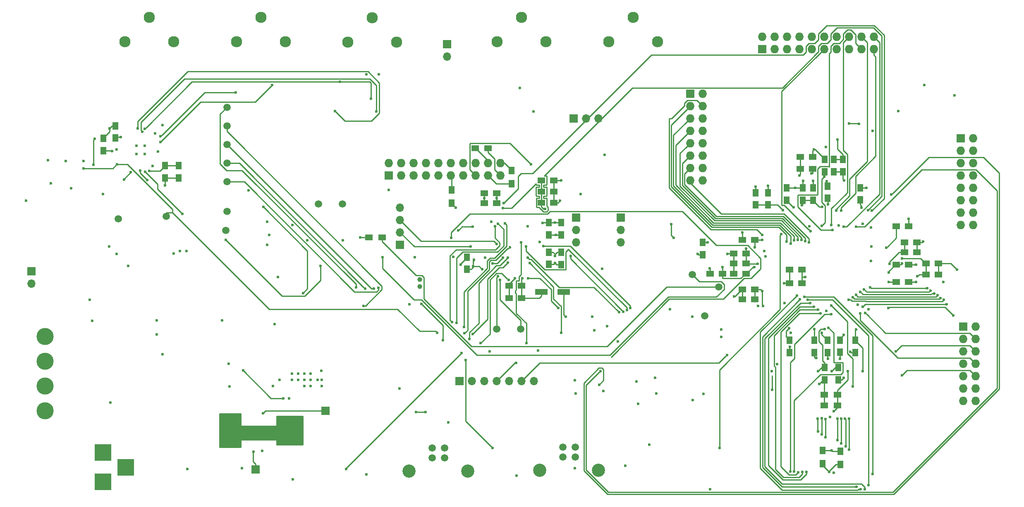
<source format=gbr>
G04 #@! TF.FileFunction,Copper,L4,Bot,Signal*
%FSLAX46Y46*%
G04 Gerber Fmt 4.6, Leading zero omitted, Abs format (unit mm)*
G04 Created by KiCad (PCBNEW 4.0.7-e2-6376~58~ubuntu16.04.1) date Sat Mar 23 16:58:12 2019*
%MOMM*%
%LPD*%
G01*
G04 APERTURE LIST*
%ADD10C,0.100000*%
%ADD11C,1.500000*%
%ADD12R,1.727200X1.727200*%
%ADD13O,1.727200X1.727200*%
%ADD14R,1.700000X1.700000*%
%ADD15O,1.700000X1.700000*%
%ADD16R,1.250000X1.500000*%
%ADD17C,1.000000*%
%ADD18C,1.520000*%
%ADD19C,2.700000*%
%ADD20R,1.500000X1.300000*%
%ADD21R,1.300000X1.500000*%
%ADD22R,1.500000X1.250000*%
%ADD23R,2.598420X1.198880*%
%ADD24R,2.600960X1.198880*%
%ADD25C,2.300000*%
%ADD26R,3.500000X3.500000*%
%ADD27C,3.500000*%
%ADD28C,0.600000*%
%ADD29C,1.200000*%
%ADD30C,0.250000*%
%ADD31C,0.254000*%
G04 APERTURE END LIST*
D10*
D11*
X94361000Y-97663000D03*
D12*
X204216000Y-60452000D03*
D13*
X204216000Y-57912000D03*
X206756000Y-60452000D03*
X206756000Y-57912000D03*
X209296000Y-60452000D03*
X209296000Y-57912000D03*
X211836000Y-60452000D03*
X211836000Y-57912000D03*
X214376000Y-60452000D03*
X214376000Y-57912000D03*
X216916000Y-60452000D03*
X216916000Y-57912000D03*
X219456000Y-60452000D03*
X219456000Y-57912000D03*
X221996000Y-60452000D03*
X221996000Y-57912000D03*
X224536000Y-60452000D03*
X224536000Y-57912000D03*
X227076000Y-60452000D03*
X227076000Y-57912000D03*
D12*
X189484000Y-69596000D03*
D13*
X192024000Y-69596000D03*
X189484000Y-72136000D03*
X192024000Y-72136000D03*
X189484000Y-74676000D03*
X192024000Y-74676000D03*
X189484000Y-77216000D03*
X192024000Y-77216000D03*
X189484000Y-79756000D03*
X192024000Y-79756000D03*
X189484000Y-82296000D03*
X192024000Y-82296000D03*
X189484000Y-84836000D03*
X192024000Y-84836000D03*
X189484000Y-87376000D03*
X192024000Y-87376000D03*
D14*
X166116000Y-94996000D03*
D15*
X166116000Y-97536000D03*
X166116000Y-100076000D03*
D14*
X175260000Y-94996000D03*
D15*
X175260000Y-97536000D03*
X175260000Y-100076000D03*
D16*
X160528000Y-102108000D03*
X160528000Y-104608000D03*
X143764000Y-105624000D03*
X143764000Y-103124000D03*
D14*
X130048000Y-100584000D03*
D15*
X130048000Y-98044000D03*
X130048000Y-95504000D03*
X130048000Y-92964000D03*
D17*
X134112000Y-107696000D03*
X134112000Y-109196000D03*
D12*
X127762000Y-86360000D03*
D13*
X127762000Y-83820000D03*
X130302000Y-86360000D03*
X130302000Y-83820000D03*
X132842000Y-86360000D03*
X132842000Y-83820000D03*
X135382000Y-86360000D03*
X135382000Y-83820000D03*
X137922000Y-86360000D03*
X137922000Y-83820000D03*
X140462000Y-86360000D03*
X140462000Y-83820000D03*
X143002000Y-86360000D03*
X143002000Y-83820000D03*
X145542000Y-86360000D03*
X145542000Y-83820000D03*
X148082000Y-86360000D03*
X148082000Y-83820000D03*
X150622000Y-86360000D03*
X150622000Y-83820000D03*
D18*
X136652000Y-142272000D03*
X139192000Y-142272000D03*
X139192000Y-144272000D03*
X136652000Y-144272000D03*
D19*
X131922000Y-146972000D03*
X143922000Y-146972000D03*
D14*
X142240000Y-128524000D03*
D15*
X144780000Y-128524000D03*
X147320000Y-128524000D03*
X149860000Y-128524000D03*
X152400000Y-128524000D03*
X154940000Y-128524000D03*
X157480000Y-128524000D03*
D14*
X165608000Y-74676000D03*
D15*
X168148000Y-74676000D03*
X170688000Y-74676000D03*
D11*
X149860000Y-117856000D03*
X154740000Y-117856000D03*
D20*
X219616000Y-131318000D03*
X216916000Y-131318000D03*
D12*
X245364000Y-117348000D03*
D13*
X247904000Y-117348000D03*
X245364000Y-119888000D03*
X247904000Y-119888000D03*
X245364000Y-122428000D03*
X247904000Y-122428000D03*
X245364000Y-124968000D03*
X247904000Y-124968000D03*
X245364000Y-127508000D03*
X247904000Y-127508000D03*
X245364000Y-130048000D03*
X247904000Y-130048000D03*
X245364000Y-132588000D03*
X247904000Y-132588000D03*
D20*
X219616000Y-133505474D03*
X216916000Y-133505474D03*
D21*
X220199227Y-145627998D03*
X220199227Y-142927998D03*
X216576226Y-145495000D03*
X216576226Y-142795000D03*
D18*
X163418000Y-142112000D03*
X165958000Y-142112000D03*
X165958000Y-144112000D03*
X163418000Y-144112000D03*
D19*
X158688000Y-146812000D03*
X170688000Y-146812000D03*
D22*
X200914000Y-106553000D03*
X198414000Y-106553000D03*
D23*
X159004000Y-110236000D03*
D24*
X163606480Y-110236000D03*
D16*
X163068000Y-102148000D03*
X163068000Y-104648000D03*
D22*
X154940000Y-111492222D03*
X152440000Y-111492222D03*
X154940000Y-108952222D03*
X152440000Y-108952222D03*
D16*
X220091000Y-120142000D03*
X220091000Y-122642000D03*
X217015188Y-125777476D03*
X217015188Y-128277476D03*
X219762577Y-125766905D03*
X219762577Y-128266905D03*
X217551000Y-120182000D03*
X217551000Y-122682000D03*
D22*
X159004000Y-87376000D03*
X161504000Y-87376000D03*
X159004000Y-89662000D03*
X161504000Y-89662000D03*
D16*
X163068000Y-96052000D03*
X163068000Y-98552000D03*
D22*
X159044000Y-91948000D03*
X161544000Y-91948000D03*
D16*
X160528000Y-96052000D03*
X160528000Y-98552000D03*
D22*
X147320000Y-90043000D03*
X149820000Y-90043000D03*
X147320000Y-92075000D03*
X149820000Y-92075000D03*
D14*
X139700000Y-59436000D03*
D15*
X139700000Y-61976000D03*
D25*
X154940000Y-53975000D03*
X159940000Y-58975000D03*
X149940000Y-58975000D03*
X177800000Y-53975000D03*
X182800000Y-58975000D03*
X172800000Y-58975000D03*
D11*
X195326000Y-109220000D03*
D25*
X124380000Y-54055000D03*
X129380000Y-59055000D03*
X119380000Y-59055000D03*
D16*
X212471000Y-91420000D03*
X212471000Y-88920000D03*
X202819000Y-92416000D03*
X202819000Y-89916000D03*
X214630000Y-91440000D03*
X214630000Y-88940000D03*
X205359000Y-92416000D03*
X205359000Y-89916000D03*
D11*
X192405000Y-115189000D03*
X189865000Y-106680000D03*
D16*
X192024000Y-100116000D03*
X192024000Y-102616000D03*
D22*
X200903275Y-102362000D03*
X198403275Y-102362000D03*
X200883275Y-104442885D03*
X198383275Y-104442885D03*
X196048000Y-106553000D03*
X193548000Y-106553000D03*
X212003000Y-85066564D03*
X214503000Y-85066564D03*
X237764000Y-106680000D03*
X240264000Y-106680000D03*
X233339000Y-100076000D03*
X235839000Y-100076000D03*
X209824000Y-105664000D03*
X212324000Y-105664000D03*
X233339000Y-102108000D03*
X235839000Y-102108000D03*
D12*
X244856000Y-78740000D03*
D13*
X247396000Y-78740000D03*
X244856000Y-81280000D03*
X247396000Y-81280000D03*
X244856000Y-83820000D03*
X247396000Y-83820000D03*
X244856000Y-86360000D03*
X247396000Y-86360000D03*
X244856000Y-88900000D03*
X247396000Y-88900000D03*
X244856000Y-91440000D03*
X247396000Y-91440000D03*
X244856000Y-93980000D03*
X247396000Y-93980000D03*
X244856000Y-96520000D03*
X247396000Y-96520000D03*
D16*
X218867494Y-85579042D03*
X218867494Y-83079042D03*
X220706000Y-85578000D03*
X220706000Y-83078000D03*
D22*
X212003000Y-82550000D03*
X214503000Y-82550000D03*
D16*
X216962494Y-85579042D03*
X216962494Y-83079042D03*
D14*
X100457000Y-146685000D03*
X114808000Y-134620000D03*
D26*
X69215000Y-143225000D03*
X69215000Y-149225000D03*
X73915000Y-146225000D03*
D27*
X57404000Y-134620000D03*
X57404000Y-129540000D03*
X57404000Y-124460000D03*
X57404000Y-119380000D03*
D21*
X152908000Y-88091000D03*
X152908000Y-85391000D03*
D20*
X148115000Y-80772000D03*
X145415000Y-80772000D03*
D14*
X54610000Y-106045000D03*
D15*
X54610000Y-108585000D03*
D21*
X140589000Y-89328000D03*
X140589000Y-92028000D03*
D11*
X113357000Y-92202000D03*
X118237000Y-92202000D03*
X94615000Y-83820000D03*
X94615000Y-80010000D03*
D16*
X71755000Y-76200000D03*
X71755000Y-78700000D03*
X69342000Y-78780000D03*
X69342000Y-81280000D03*
D11*
X82169000Y-94742000D03*
X94615000Y-72390000D03*
X94615000Y-76200000D03*
D16*
X84742112Y-84348000D03*
X84742112Y-86848000D03*
X81915000Y-84348000D03*
X81915000Y-86848000D03*
D11*
X72390000Y-95250000D03*
D25*
X78740000Y-53975000D03*
X83740000Y-58975000D03*
X73740000Y-58975000D03*
X101600000Y-53975000D03*
X106600000Y-58975000D03*
X96600000Y-58975000D03*
D11*
X94615000Y-87630000D03*
X94615000Y-93726000D03*
D22*
X237764000Y-104394000D03*
X240264000Y-104394000D03*
X209804000Y-108458000D03*
X212304000Y-108458000D03*
X202692000Y-99568000D03*
X200192000Y-99568000D03*
X202652000Y-109728000D03*
X200152000Y-109728000D03*
X202652000Y-111760000D03*
X200152000Y-111760000D03*
X231648000Y-108204000D03*
X234148000Y-108204000D03*
X231648000Y-104648000D03*
X234148000Y-104648000D03*
X231648000Y-96774000D03*
X234148000Y-96774000D03*
D16*
X224262000Y-91400000D03*
X224262000Y-88900000D03*
X217551000Y-91059000D03*
X217551000Y-88559000D03*
X209169000Y-91440000D03*
X209169000Y-88940000D03*
X209804000Y-120162000D03*
X209804000Y-122662000D03*
X214884000Y-120162000D03*
X214884000Y-122662000D03*
X223286000Y-120162000D03*
X223286000Y-122662000D03*
D20*
X126398000Y-99060000D03*
X123698000Y-99060000D03*
D28*
X76112500Y-81987500D03*
X77837500Y-81987500D03*
X77837500Y-80262500D03*
X76112500Y-80262500D03*
X140948771Y-103096502D03*
X102108000Y-92837000D03*
X110236000Y-110490000D03*
X223774000Y-112903000D03*
X225933000Y-113792002D03*
X66548000Y-111887000D03*
X102870000Y-100584000D03*
X206248000Y-130302000D03*
X178816000Y-133223000D03*
X182499000Y-131064000D03*
X178435000Y-128651000D03*
X214757000Y-81026000D03*
X219583000Y-78994000D03*
X80264000Y-116078000D03*
X80264000Y-118999000D03*
X195834000Y-117983000D03*
X81407000Y-123063000D03*
X104013000Y-129540000D03*
X111760000Y-129540000D03*
X110490000Y-129540000D03*
X105410000Y-128270000D03*
X107950000Y-128270000D03*
X107950000Y-127000000D03*
X111760000Y-127000000D03*
X110490000Y-127000000D03*
X109220000Y-127000000D03*
X109220000Y-128270000D03*
X110490000Y-128270000D03*
X111760000Y-128270000D03*
X113157000Y-128270000D03*
X114046000Y-129540000D03*
X114046000Y-128270000D03*
X113988010Y-126422990D03*
X58547000Y-88011000D03*
X62738000Y-89027000D03*
X153924000Y-147955000D03*
X167021000Y-90170000D03*
X171958000Y-82169000D03*
X123190000Y-147701000D03*
X129921000Y-130048000D03*
X139954000Y-137033000D03*
X171704000Y-130556000D03*
X165989000Y-131064000D03*
X165862000Y-146431000D03*
X189992000Y-132461000D03*
X182245000Y-127889000D03*
X162814000Y-91567000D03*
X163068000Y-87376000D03*
X142494000Y-104648000D03*
X147447000Y-103251000D03*
X97663000Y-146399000D03*
X101854000Y-142875000D03*
X108077000Y-148670000D03*
X86487000Y-146558000D03*
X141478000Y-92964000D03*
X153616330Y-107451999D03*
X148393989Y-122428000D03*
X158333000Y-122301000D03*
X148717000Y-95885000D03*
X156210000Y-96774000D03*
X161925000Y-98552000D03*
X149820000Y-91059000D03*
X161798000Y-104325999D03*
X185293000Y-113792000D03*
X174625000Y-120396000D03*
X169799000Y-118110000D03*
X193548000Y-150689979D03*
X218821000Y-147320000D03*
X210058000Y-118618000D03*
X217297000Y-114173000D03*
X217419417Y-87540999D03*
X214249000Y-85979000D03*
X133096000Y-103124000D03*
X131953000Y-112776000D03*
X93599000Y-116078000D03*
X103251000Y-98552000D03*
X102870000Y-95885000D03*
X118364000Y-99695000D03*
X108049559Y-96547441D03*
X111058942Y-99634058D03*
X57971564Y-83252436D03*
X154559000Y-68453000D03*
X157353000Y-73279000D03*
X72009000Y-81026000D03*
X70612000Y-76708000D03*
X81407000Y-76073000D03*
X79883000Y-77724000D03*
X123190000Y-65658996D03*
X125730000Y-65659000D03*
X80518000Y-81500010D03*
X65278000Y-83439000D03*
X61595000Y-83439000D03*
X81915000Y-88421615D03*
X79375000Y-84455000D03*
X219837000Y-96647000D03*
X226822000Y-77216000D03*
X237363000Y-67818000D03*
X243586000Y-69977000D03*
X203327000Y-113157000D03*
X208788000Y-112522000D03*
X226441000Y-103886000D03*
X226568000Y-100965000D03*
X226441000Y-97028000D03*
X224790000Y-96266000D03*
X212979000Y-107188000D03*
X204597000Y-101854000D03*
X204851000Y-102997000D03*
X213868000Y-96774000D03*
X218059000Y-135890000D03*
X209921010Y-121539000D03*
X218431859Y-142781857D03*
X220853000Y-127889000D03*
X198464575Y-111156324D03*
X193421000Y-105410000D03*
X244094000Y-105664000D03*
X215900000Y-129159000D03*
X67056000Y-116205000D03*
X205359000Y-88519000D03*
X202819000Y-88646000D03*
X212598000Y-87503000D03*
X214630000Y-87503000D03*
X237109000Y-99949000D03*
X220091000Y-123952000D03*
X217678000Y-123952000D03*
X191008000Y-102489000D03*
X197104000Y-102489000D03*
X210947000Y-88900000D03*
X215265000Y-123824996D03*
X222250000Y-122555000D03*
X234188000Y-95250000D03*
X235712000Y-104648000D03*
X235712000Y-108204000D03*
X225552000Y-88900000D03*
X200192000Y-98084000D03*
X148971000Y-104394000D03*
X156845000Y-84074000D03*
X151130000Y-103235010D03*
X155067000Y-107442000D03*
X150114000Y-107061000D03*
X99060705Y-89403590D03*
X196088000Y-105156000D03*
X208661000Y-108458000D03*
X217292493Y-80518000D03*
X171450000Y-105537000D03*
X232791000Y-104394000D03*
X232029000Y-73152000D03*
X193040006Y-100076000D03*
X181102000Y-141605000D03*
X176149000Y-145923000D03*
X146878051Y-105603051D03*
X165862000Y-128364000D03*
X161798000Y-102869990D03*
X145229918Y-103642000D03*
X145034000Y-105029000D03*
X127762000Y-89348999D03*
X195800261Y-119507000D03*
X159258000Y-96139000D03*
X161798000Y-96012000D03*
X70485000Y-100965000D03*
X74422000Y-104902000D03*
X147320000Y-91059000D03*
X172482000Y-117277000D03*
X189865000Y-115316000D03*
X169418000Y-115316000D03*
X163957000Y-115316000D03*
X217678000Y-92329000D03*
X216916000Y-86614000D03*
X105029000Y-107188000D03*
X104394000Y-116840000D03*
X69215000Y-90170000D03*
X78740000Y-85471000D03*
X204343000Y-113157000D03*
X232790990Y-103378011D03*
X229616000Y-101219000D03*
X209679551Y-117731551D03*
X235975990Y-107061009D03*
X230124000Y-106289010D03*
X223452021Y-117983000D03*
X210643978Y-92938487D03*
X204216000Y-110071010D03*
X217932000Y-147193000D03*
X202565000Y-105156000D03*
X221742000Y-126545011D03*
X218440000Y-126545011D03*
X215646000Y-126545011D03*
X217001000Y-117856000D03*
X224790000Y-126545011D03*
X218821000Y-134747000D03*
X206121000Y-126545011D03*
X72009000Y-102489000D03*
X208407000Y-93472000D03*
X216376000Y-96742000D03*
X207264000Y-125095000D03*
X214884000Y-117856000D03*
X241300000Y-108204000D03*
X230124000Y-108204010D03*
X220980000Y-87376000D03*
X224536000Y-92964000D03*
X202692000Y-101092000D03*
X204216000Y-99568000D03*
X150495000Y-107823000D03*
X159766000Y-93217996D03*
X95123000Y-129667000D03*
X70739000Y-132969000D03*
X192151000Y-131191000D03*
X107315000Y-132080000D03*
X97917000Y-126365000D03*
X106172000Y-132080000D03*
X94996000Y-124968000D03*
X53467000Y-91567000D03*
X126492000Y-103124000D03*
X216451021Y-92837000D03*
X220914647Y-119060647D03*
X230251000Y-104521000D03*
X212344000Y-92455994D03*
X86360000Y-101863999D03*
X84963000Y-101863999D03*
X83693000Y-102362000D03*
X200914000Y-101346000D03*
X216408000Y-118618000D03*
X203276999Y-104470999D03*
X211836000Y-86360000D03*
X81026000Y-79502000D03*
X103886000Y-67818000D03*
X67564000Y-78867000D03*
X67292009Y-84201000D03*
X81025994Y-78359000D03*
X96393000Y-69342000D03*
X76327000Y-76708000D03*
X116713000Y-73152000D03*
X77326667Y-77444781D03*
X125222000Y-73279000D03*
X72898000Y-78486000D03*
X71120000Y-81407000D03*
X152273000Y-107823000D03*
X153797000Y-124841000D03*
X146558000Y-120777000D03*
X100076000Y-143002000D03*
X101981000Y-135128000D03*
X138811000Y-120142000D03*
X134409345Y-112688655D03*
X185547000Y-96393002D03*
X186055000Y-99187000D03*
X152146000Y-104267000D03*
X144907000Y-118872000D03*
X156317012Y-107442000D03*
X162441501Y-113546501D03*
X163068000Y-118618000D03*
X156591000Y-104325999D03*
X158623000Y-100045000D03*
X196977000Y-123190000D03*
X154813004Y-100076000D03*
X155956000Y-120786990D03*
X122936000Y-109591001D03*
X125669051Y-109407949D03*
X72136000Y-84074008D03*
X65278000Y-84963000D03*
X137671129Y-118632416D03*
X122555000Y-113175870D03*
X121031000Y-109347000D03*
X124714000Y-109591000D03*
X225298000Y-114554000D03*
X231521000Y-122428000D03*
X224282000Y-114681006D03*
X232791000Y-127381000D03*
X144526000Y-100965000D03*
X149860000Y-100457000D03*
X140538108Y-99196990D03*
X141986000Y-97663000D03*
X144980250Y-96902771D03*
X113792000Y-104902000D03*
X94361000Y-99568000D03*
X226641169Y-93614268D03*
X151257000Y-92075000D03*
X151130000Y-93091000D03*
X225858036Y-93450851D03*
X204216000Y-98552000D03*
X209169000Y-99949000D03*
X210058000Y-100330000D03*
X210693000Y-99695000D03*
X211482117Y-99563481D03*
X212282104Y-99568400D03*
X213033877Y-99841969D03*
X213793364Y-100093330D03*
X214122000Y-97790000D03*
X218313000Y-96520000D03*
X218567000Y-97536000D03*
X219329000Y-93589000D03*
X220345000Y-93599000D03*
X220853000Y-96901000D03*
X143256000Y-118745000D03*
X118999000Y-146558000D03*
X142621000Y-122809000D03*
X152527000Y-101092000D03*
X148971000Y-142240000D03*
X143510000Y-124206000D03*
X144272000Y-119888000D03*
X152146000Y-103251000D03*
X156226163Y-103233199D03*
X174879000Y-114427000D03*
X143129000Y-117475000D03*
X151577058Y-96199942D03*
X135255000Y-134874000D03*
X133350000Y-134874000D03*
X208151321Y-98426679D03*
X195453000Y-142239996D03*
X224028000Y-75819000D03*
X221996000Y-75692000D03*
X77841594Y-76832515D03*
X117729000Y-67192999D03*
X124079000Y-70612000D03*
X77851000Y-85598000D03*
X85471000Y-94234000D03*
X76871948Y-85375846D03*
X78321894Y-87298023D03*
X73532994Y-87249000D03*
X74930000Y-85725000D03*
X175768000Y-114300000D03*
X164972295Y-102863999D03*
X155874283Y-100943011D03*
X176525741Y-114014397D03*
X177172881Y-113544065D03*
X159385000Y-100838000D03*
X150114000Y-96266000D03*
X141605000Y-116586000D03*
X140722215Y-116465215D03*
X149479000Y-96774000D03*
X97536000Y-139700000D03*
X97536000Y-138525000D03*
X95504000Y-138684000D03*
X94488000Y-138684000D03*
X93472000Y-138684000D03*
X105664000Y-141224000D03*
X106680000Y-141224000D03*
X107696000Y-141224000D03*
X108712000Y-141224000D03*
X109728000Y-141224000D03*
X109728000Y-139700000D03*
X108712000Y-139700000D03*
X107696000Y-139700000D03*
X106680000Y-139700000D03*
X105664000Y-139700000D03*
X105664000Y-138176000D03*
X106680000Y-138176000D03*
X107696000Y-138176000D03*
X108712000Y-138176000D03*
X109728000Y-138176000D03*
X109728000Y-136652000D03*
X108712000Y-136652000D03*
X107696000Y-136652000D03*
X106680000Y-136652000D03*
X105664000Y-136652000D03*
X93472000Y-141224000D03*
X94488000Y-141224000D03*
X95504000Y-141224000D03*
X96520000Y-141224000D03*
X96520000Y-139700000D03*
X95504000Y-139700000D03*
X94488000Y-139700000D03*
X93472000Y-139700000D03*
X96520000Y-137668000D03*
X95504000Y-137668000D03*
X94488000Y-137668000D03*
X93472000Y-137668000D03*
X96520000Y-136144000D03*
X95504000Y-136144000D03*
X94488000Y-136144000D03*
X93472000Y-136144000D03*
D29*
X100552000Y-139700000D03*
X101727000Y-138525000D03*
D28*
X230632000Y-90296998D03*
X170815000Y-129286000D03*
X171069000Y-126492000D03*
X223393000Y-96901000D03*
X218313000Y-113029986D03*
X222758000Y-129667000D03*
X224406041Y-150689979D03*
X211328000Y-110998000D03*
X223520000Y-150239968D03*
X211930974Y-111797503D03*
X212852000Y-111252000D03*
X226822000Y-147574000D03*
X225933000Y-149860000D03*
X213487000Y-111887000D03*
X225206048Y-150687291D03*
X213995000Y-112522000D03*
X214757000Y-113284000D03*
X213233000Y-147193006D03*
X215646000Y-113919000D03*
X212433001Y-147188417D03*
X216154000Y-114681000D03*
X211546513Y-147256493D03*
X210772625Y-147053721D03*
X217800559Y-117597559D03*
X209931000Y-147066000D03*
X218313000Y-114808000D03*
X230068001Y-113528000D03*
X243305768Y-115105446D03*
X224790000Y-113284000D03*
X241935000Y-112776000D03*
X221869000Y-111887000D03*
X241409961Y-111873286D03*
X240688200Y-111528228D03*
X222752998Y-111351001D03*
X223393000Y-110870979D03*
X240110543Y-110974771D03*
X224282000Y-110245990D03*
X239395000Y-110617000D03*
X225044000Y-109728000D03*
X238633000Y-109982000D03*
X226314000Y-109345968D03*
X237998000Y-109474000D03*
X215519000Y-136271000D03*
X215646000Y-138859003D03*
X216408000Y-136144000D03*
X216408000Y-139436000D03*
X217192466Y-136300893D03*
X217189999Y-140061001D03*
X219583000Y-136271000D03*
X219583000Y-140686001D03*
X220383003Y-136271000D03*
X220345000Y-141311001D03*
X221183006Y-136271000D03*
X221286764Y-141936001D03*
X221996000Y-142560990D03*
X221996000Y-136271000D03*
X121920000Y-99060000D03*
D30*
X111115001Y-101844001D02*
X102108000Y-92837000D01*
X110236000Y-110490000D02*
X111115001Y-109610999D01*
X111115001Y-109610999D02*
X111115001Y-101844001D01*
X152440000Y-108952222D02*
X152440000Y-108628329D01*
X152440000Y-108628329D02*
X153316331Y-107751998D01*
X153316331Y-107751998D02*
X153616330Y-107451999D01*
X240264000Y-106680000D02*
X240264000Y-104394000D01*
X152440000Y-111492222D02*
X152440000Y-110617222D01*
X152440000Y-110617222D02*
X152440000Y-108952222D01*
X206248000Y-130302000D02*
X206248000Y-127472003D01*
X218867494Y-83079042D02*
X220704958Y-83079042D01*
X220704958Y-83079042D02*
X220706000Y-83078000D01*
X216962494Y-83079042D02*
X216962494Y-82954042D01*
X216962494Y-82954042D02*
X215034452Y-81026000D01*
X215034452Y-81026000D02*
X214757000Y-81026000D01*
X214503000Y-82550000D02*
X214503000Y-81280000D01*
X214503000Y-81280000D02*
X214757000Y-81026000D01*
X219583000Y-80955000D02*
X219583000Y-78994000D01*
X220706000Y-83078000D02*
X220706000Y-82078000D01*
X220706000Y-82078000D02*
X219583000Y-80955000D01*
X161544000Y-91948000D02*
X162433000Y-91948000D01*
X162433000Y-91948000D02*
X162814000Y-91567000D01*
X161504000Y-87376000D02*
X163068000Y-87376000D01*
X161504000Y-89662000D02*
X161504000Y-91908000D01*
X161504000Y-91908000D02*
X161544000Y-91948000D01*
X161504000Y-87376000D02*
X161504000Y-89662000D01*
X142494000Y-104519000D02*
X142494000Y-104648000D01*
X143764000Y-103124000D02*
X143764000Y-103249000D01*
X143764000Y-103249000D02*
X142494000Y-104519000D01*
X140589000Y-92075000D02*
X141478000Y-92964000D01*
X140589000Y-92028000D02*
X140589000Y-92075000D01*
X152908000Y-85391000D02*
X152908000Y-85291000D01*
X152908000Y-85291000D02*
X151437000Y-83820000D01*
X151437000Y-83820000D02*
X150622000Y-83820000D01*
X145415000Y-80772000D02*
X145515000Y-80772000D01*
X145515000Y-80772000D02*
X148082000Y-83339000D01*
X148082000Y-83339000D02*
X148082000Y-83820000D01*
X161925000Y-98552000D02*
X163068000Y-98552000D01*
X161403000Y-98552000D02*
X161925000Y-98552000D01*
X160528000Y-98552000D02*
X161403000Y-98552000D01*
X149820000Y-90932000D02*
X149820000Y-92075000D01*
X149820000Y-90043000D02*
X149820000Y-90932000D01*
X149820000Y-90932000D02*
X149820000Y-91059000D01*
X163068000Y-104648000D02*
X162120001Y-104648000D01*
X162120001Y-104648000D02*
X161798000Y-104325999D01*
X160528000Y-104608000D02*
X161515999Y-104608000D01*
X161515999Y-104608000D02*
X161798000Y-104325999D01*
X217424000Y-87545582D02*
X217419417Y-87540999D01*
X217424000Y-88940000D02*
X217424000Y-87545582D01*
X214465564Y-85979000D02*
X214249000Y-85979000D01*
X214503000Y-85066564D02*
X214503000Y-85941564D01*
X214503000Y-85941564D02*
X214465564Y-85979000D01*
X69342000Y-78780000D02*
X69342000Y-78655000D01*
X69342000Y-78655000D02*
X70612000Y-77385000D01*
X70612000Y-77132264D02*
X70612000Y-76708000D01*
X70612000Y-77385000D02*
X70612000Y-77132264D01*
X71755000Y-76200000D02*
X71120000Y-76200000D01*
X71120000Y-76200000D02*
X70612000Y-76708000D01*
X84742112Y-86848000D02*
X81915000Y-86848000D01*
X81915000Y-86848000D02*
X81915000Y-88421615D01*
X212324000Y-107188000D02*
X212324000Y-108438000D01*
X212324000Y-105664000D02*
X212324000Y-107188000D01*
X212324000Y-107188000D02*
X212979000Y-107188000D01*
X212324000Y-108438000D02*
X212304000Y-108458000D01*
X209804000Y-121656010D02*
X209921010Y-121539000D01*
X209804000Y-122662000D02*
X209804000Y-121656010D01*
X218418716Y-142795000D02*
X218431859Y-142781857D01*
X218578000Y-142927998D02*
X218431859Y-142781857D01*
X216576226Y-142795000D02*
X218418716Y-142795000D01*
X220199227Y-142927998D02*
X218578000Y-142927998D01*
X219762577Y-128266905D02*
X220475095Y-128266905D01*
X220475095Y-128266905D02*
X220853000Y-127889000D01*
X198598676Y-111156324D02*
X198464575Y-111156324D01*
X200027000Y-109728000D02*
X198598676Y-111156324D01*
X200152000Y-109728000D02*
X200027000Y-109728000D01*
X193548000Y-106553000D02*
X193548000Y-105537000D01*
X193548000Y-105537000D02*
X193421000Y-105410000D01*
X198383275Y-104442885D02*
X198383275Y-106522275D01*
X198383275Y-106522275D02*
X198414000Y-106553000D01*
X240264000Y-104394000D02*
X242824000Y-104394000D01*
X242824000Y-104394000D02*
X244094000Y-105664000D01*
X217015188Y-128277476D02*
X216781524Y-128277476D01*
X216781524Y-128277476D02*
X215900000Y-129159000D01*
X219752006Y-128277476D02*
X219762577Y-128266905D01*
X216916000Y-131318000D02*
X216916000Y-128376664D01*
X216916000Y-128376664D02*
X217015188Y-128277476D01*
X216916000Y-133505474D02*
X216916000Y-131318000D01*
X205359000Y-89916000D02*
X205359000Y-88519000D01*
X202819000Y-89916000D02*
X202819000Y-88646000D01*
X212471000Y-88920000D02*
X212471000Y-87630000D01*
X212471000Y-87630000D02*
X212598000Y-87503000D01*
X214630000Y-88940000D02*
X214630000Y-87503000D01*
X235839000Y-100076000D02*
X236982000Y-100076000D01*
X236982000Y-100076000D02*
X237109000Y-99949000D01*
X235839000Y-100076000D02*
X235839000Y-102108000D01*
X220051000Y-122682000D02*
X220091000Y-122642000D01*
X220091000Y-122642000D02*
X220091000Y-123952000D01*
X217551000Y-122682000D02*
X217551000Y-123825000D01*
X217551000Y-123825000D02*
X217678000Y-123952000D01*
X192024000Y-102616000D02*
X191135000Y-102616000D01*
X191135000Y-102616000D02*
X191008000Y-102489000D01*
X198403275Y-102362000D02*
X197231000Y-102362000D01*
X197231000Y-102362000D02*
X197104000Y-102489000D01*
X198403275Y-102362000D02*
X198403275Y-104422885D01*
X198403275Y-104422885D02*
X198383275Y-104442885D01*
X209169000Y-88940000D02*
X210907000Y-88940000D01*
X210907000Y-88940000D02*
X210947000Y-88900000D01*
X211576000Y-88900000D02*
X210947000Y-88900000D01*
X212471000Y-88920000D02*
X211596000Y-88920000D01*
X211596000Y-88920000D02*
X211576000Y-88900000D01*
X214610000Y-88920000D02*
X214630000Y-88940000D01*
X214884000Y-123662000D02*
X215046996Y-123824996D01*
X215046996Y-123824996D02*
X215265000Y-123824996D01*
X214884000Y-122662000D02*
X214884000Y-123662000D01*
X223286000Y-122662000D02*
X222357000Y-122662000D01*
X222357000Y-122662000D02*
X222250000Y-122555000D01*
X234148000Y-95290000D02*
X234188000Y-95250000D01*
X234148000Y-96774000D02*
X234148000Y-95290000D01*
X234148000Y-104648000D02*
X235712000Y-104648000D01*
X234148000Y-108204000D02*
X235712000Y-108204000D01*
X224262000Y-88900000D02*
X225552000Y-88900000D01*
X200152000Y-109728000D02*
X200152000Y-111760000D01*
X200192000Y-99568000D02*
X200192000Y-98084000D01*
X149395264Y-104394000D02*
X148971000Y-104394000D01*
X149971010Y-104394000D02*
X149395264Y-104394000D01*
X151130000Y-103235010D02*
X149971010Y-104394000D01*
X145542000Y-86360000D02*
X144339999Y-85157999D01*
X144339999Y-85157999D02*
X144339999Y-79861999D01*
X144339999Y-79861999D02*
X144404999Y-79796999D01*
X144404999Y-79796999D02*
X152567999Y-79796999D01*
X152567999Y-79796999D02*
X156845000Y-84074000D01*
X154940000Y-108952222D02*
X154940000Y-109827222D01*
X154940000Y-109827222D02*
X154940000Y-111492222D01*
X154940000Y-107569000D02*
X155067000Y-107442000D01*
X154940000Y-108952222D02*
X154940000Y-107569000D01*
X154940000Y-111492222D02*
X158597218Y-111492222D01*
X158597218Y-111492222D02*
X159004000Y-111085440D01*
X159004000Y-111085440D02*
X159004000Y-110236000D01*
X149860000Y-117856000D02*
X149860000Y-107315000D01*
X149860000Y-107315000D02*
X150114000Y-107061000D01*
X196048000Y-105196000D02*
X196088000Y-105156000D01*
X196048000Y-106553000D02*
X196048000Y-105196000D01*
X209804000Y-108458000D02*
X208661000Y-108458000D01*
X223452021Y-117983000D02*
X223286000Y-118149021D01*
X192024000Y-100116000D02*
X193000006Y-100116000D01*
X193000006Y-100116000D02*
X193040006Y-100076000D01*
X231648000Y-104648000D02*
X232537000Y-104648000D01*
X232537000Y-104648000D02*
X232791000Y-104394000D01*
X193080006Y-100116000D02*
X193040006Y-100076000D01*
X146578052Y-105303052D02*
X146878051Y-105603051D01*
X146304000Y-105029000D02*
X146578052Y-105303052D01*
X145034000Y-105029000D02*
X146304000Y-105029000D01*
X163068000Y-102148000D02*
X162193000Y-102148000D01*
X161798000Y-102543000D02*
X161798000Y-102572736D01*
X160528000Y-102108000D02*
X161403000Y-102108000D01*
X161403000Y-102108000D02*
X161798000Y-102503000D01*
X162193000Y-102148000D02*
X161798000Y-102543000D01*
X161798000Y-102503000D02*
X161798000Y-102572736D01*
X161798000Y-102572736D02*
X161798000Y-102869990D01*
X145034000Y-104013000D02*
X145229918Y-103642000D01*
X145161000Y-103886000D02*
X145161000Y-103710918D01*
X145161000Y-103710918D02*
X145229918Y-103642000D01*
X145034000Y-105029000D02*
X145034000Y-104013000D01*
X145034000Y-105229000D02*
X145034000Y-105029000D01*
X143764000Y-105624000D02*
X144639000Y-105624000D01*
X144639000Y-105624000D02*
X145034000Y-105229000D01*
X160528000Y-96052000D02*
X159345000Y-96052000D01*
X159345000Y-96052000D02*
X159258000Y-96139000D01*
X161798000Y-96012000D02*
X163028000Y-96012000D01*
X163028000Y-96012000D02*
X163068000Y-96052000D01*
X160528000Y-96052000D02*
X161758000Y-96052000D01*
X161758000Y-96052000D02*
X161798000Y-96012000D01*
X147320000Y-90043000D02*
X147320000Y-91059000D01*
X147320000Y-91186000D02*
X147320000Y-91059000D01*
X147320000Y-92075000D02*
X147320000Y-91186000D01*
X160528000Y-102108000D02*
X161042001Y-102108000D01*
X163606480Y-114965480D02*
X163957000Y-115316000D01*
X163606480Y-110236000D02*
X163606480Y-114965480D01*
X217932000Y-146995225D02*
X217932000Y-147193000D01*
X220199227Y-145627998D02*
X219299227Y-145627998D01*
X219299227Y-145627998D02*
X217932000Y-146995225D01*
X216675999Y-96442001D02*
X216376000Y-96742000D01*
X217076023Y-96041977D02*
X216675999Y-96442001D01*
X217076023Y-92536998D02*
X217076023Y-96041977D01*
X216398001Y-91858976D02*
X217076023Y-92536998D01*
X216398001Y-87143535D02*
X216398001Y-91858976D01*
X216962494Y-86579042D02*
X216398001Y-87143535D01*
X217678000Y-91904736D02*
X217678000Y-92329000D01*
X217678000Y-91694000D02*
X217678000Y-91904736D01*
X217424000Y-91440000D02*
X217678000Y-91694000D01*
X209147000Y-119380000D02*
X209042000Y-119275000D01*
X209804000Y-120037000D02*
X209147000Y-119380000D01*
X209147000Y-119380000D02*
X209147000Y-118264102D01*
X209147000Y-118264102D02*
X209679551Y-117731551D01*
X209804000Y-120162000D02*
X209804000Y-120037000D01*
X216962494Y-86579042D02*
X216950958Y-86579042D01*
X216950958Y-86579042D02*
X216916000Y-86614000D01*
X216962494Y-85579042D02*
X216962494Y-86579042D01*
X81915000Y-84348000D02*
X82790000Y-84348000D01*
X82790000Y-84348000D02*
X84742112Y-84348000D01*
X78740000Y-85471000D02*
X80917000Y-85471000D01*
X80917000Y-85471000D02*
X81915000Y-84473000D01*
X81915000Y-84473000D02*
X81915000Y-84348000D01*
X204216000Y-113030000D02*
X204343000Y-113157000D01*
X204216000Y-110071010D02*
X204216000Y-113030000D01*
X237639000Y-104394000D02*
X236623011Y-103378011D01*
X237764000Y-104394000D02*
X237639000Y-104394000D01*
X236623011Y-103378011D02*
X233215254Y-103378011D01*
X233215254Y-103378011D02*
X232790990Y-103378011D01*
X229915999Y-100919001D02*
X229616000Y-101219000D01*
X231648000Y-96774000D02*
X231648000Y-99187000D01*
X231648000Y-99187000D02*
X229915999Y-100919001D01*
X209824000Y-105664000D02*
X209824000Y-108438000D01*
X209824000Y-108438000D02*
X209804000Y-108458000D01*
X236356999Y-106680000D02*
X236275989Y-106761010D01*
X237764000Y-106680000D02*
X236356999Y-106680000D01*
X236275989Y-106761010D02*
X235975990Y-107061009D01*
X230124000Y-106047000D02*
X230124000Y-106289010D01*
X231523000Y-104648000D02*
X230124000Y-106047000D01*
X231648000Y-104648000D02*
X231523000Y-104648000D01*
X223286000Y-120162000D02*
X223286000Y-118149021D01*
X209169000Y-91440000D02*
X209169000Y-91565000D01*
X210542487Y-92938487D02*
X210643978Y-92938487D01*
X209169000Y-91565000D02*
X210542487Y-92938487D01*
X203916001Y-109771011D02*
X204216000Y-110071010D01*
X203872990Y-109728000D02*
X203916001Y-109771011D01*
X202652000Y-109728000D02*
X203872990Y-109728000D01*
X216576226Y-145495000D02*
X216576226Y-145837226D01*
X216576226Y-145837226D02*
X217932000Y-147193000D01*
X196048000Y-106553000D02*
X196048000Y-107428000D01*
X196048000Y-107428000D02*
X196123001Y-107503001D01*
X196123001Y-107503001D02*
X199838999Y-107503001D01*
X199838999Y-107503001D02*
X200789000Y-106553000D01*
X200789000Y-106553000D02*
X200914000Y-106553000D01*
X202565000Y-105156000D02*
X202311000Y-105156000D01*
X202311000Y-105156000D02*
X200914000Y-106553000D01*
X237764000Y-104394000D02*
X237764000Y-106680000D01*
X219616000Y-131318000D02*
X219616000Y-130418000D01*
X219616000Y-130418000D02*
X221742000Y-128292000D01*
X221742000Y-128292000D02*
X221742000Y-126545011D01*
X219762577Y-125766905D02*
X219218106Y-125766905D01*
X219218106Y-125766905D02*
X218440000Y-126545011D01*
X217015188Y-125777476D02*
X216413535Y-125777476D01*
X216413535Y-125777476D02*
X215646000Y-126545011D01*
X217001000Y-117856000D02*
X216244998Y-117856000D01*
X216244998Y-117856000D02*
X215782999Y-118317999D01*
X215782999Y-118317999D02*
X215782999Y-120374001D01*
X215782999Y-120374001D02*
X216600999Y-121192001D01*
X216600999Y-121192001D02*
X216600999Y-124363287D01*
X216600999Y-124363287D02*
X217015188Y-124777476D01*
X217015188Y-124777476D02*
X217015188Y-125777476D01*
X224790000Y-121791000D02*
X224790000Y-126545011D01*
X223286000Y-120162000D02*
X223286000Y-120287000D01*
X223286000Y-120287000D02*
X224790000Y-121791000D01*
X219616000Y-131318000D02*
X219616000Y-133505474D01*
X219616000Y-133505474D02*
X219616000Y-133952000D01*
X219616000Y-133952000D02*
X218821000Y-134747000D01*
X202819000Y-92416000D02*
X205359000Y-92416000D01*
X205359000Y-92416000D02*
X207351000Y-92416000D01*
X207351000Y-92416000D02*
X208407000Y-93472000D01*
X218867494Y-85579042D02*
X220704958Y-85579042D01*
X220704958Y-85579042D02*
X220706000Y-85578000D01*
X214884000Y-117856000D02*
X214884000Y-120162000D01*
X231648000Y-108204000D02*
X230124000Y-108204000D01*
X220706000Y-87102000D02*
X220980000Y-87376000D01*
X220706000Y-85578000D02*
X220706000Y-87102000D01*
X224536000Y-92674000D02*
X224536000Y-92964000D01*
X224262000Y-91400000D02*
X224262000Y-92400000D01*
X224262000Y-92400000D02*
X224536000Y-92674000D01*
X202652000Y-109728000D02*
X202652000Y-111760000D01*
X202652000Y-112228000D02*
X202692000Y-112268000D01*
X202692000Y-99568000D02*
X202692000Y-101092000D01*
X202692000Y-99568000D02*
X204216000Y-99568000D01*
X154740000Y-116132000D02*
X150495000Y-111887000D01*
X150495000Y-111887000D02*
X150495000Y-107823000D01*
X154740000Y-117856000D02*
X154740000Y-116132000D01*
X159438996Y-93217996D02*
X159766000Y-93217996D01*
X159044000Y-91948000D02*
X159044000Y-92823000D01*
X159044000Y-92823000D02*
X159438996Y-93217996D01*
X159004000Y-89662000D02*
X159004000Y-91908000D01*
X159004000Y-91908000D02*
X159044000Y-91948000D01*
X159004000Y-87376000D02*
X159004000Y-89662000D01*
X103632000Y-132080000D02*
X97917000Y-126365000D01*
X106172000Y-132080000D02*
X103632000Y-132080000D01*
X195326000Y-109220000D02*
X184658000Y-109220000D01*
X126398000Y-99060000D02*
X126398000Y-99960000D01*
X134937001Y-107299999D02*
X134937001Y-111696001D01*
X126398000Y-99960000D02*
X133308999Y-106870999D01*
X133308999Y-106870999D02*
X134508001Y-106870999D01*
X134508001Y-106870999D02*
X134937001Y-107299999D01*
X172466000Y-121412000D02*
X184658000Y-109220000D01*
X134937001Y-111696001D02*
X144653000Y-121412000D01*
X144653000Y-121412000D02*
X172466000Y-121412000D01*
X126492000Y-103124000D02*
X126492000Y-105435999D01*
X126492000Y-105435999D02*
X132938402Y-111882401D01*
X194855161Y-111281841D02*
X185010569Y-111281841D01*
X185010569Y-111281841D02*
X173092411Y-123199999D01*
X145804588Y-123199999D02*
X134486990Y-111882401D01*
X173092411Y-123199999D02*
X145804588Y-123199999D01*
X196401001Y-108703999D02*
X196401001Y-109736001D01*
X134486990Y-111882401D02*
X132938402Y-111882401D01*
X195842001Y-108144999D02*
X196401001Y-108703999D01*
X191329999Y-108144999D02*
X195842001Y-108144999D01*
X189865000Y-106680000D02*
X191329999Y-108144999D01*
X196401001Y-109736001D02*
X194855161Y-111281841D01*
X216026757Y-92837000D02*
X216451021Y-92837000D01*
X215902000Y-92837000D02*
X216026757Y-92837000D01*
X214630000Y-91565000D02*
X215902000Y-92837000D01*
X214630000Y-91440000D02*
X214630000Y-91565000D01*
X220091000Y-120142000D02*
X220091000Y-119884294D01*
X220091000Y-119884294D02*
X220914647Y-119060647D01*
X230251000Y-104096736D02*
X230251000Y-104521000D01*
X232247498Y-102100238D02*
X230251000Y-104096736D01*
X233277904Y-102100238D02*
X232247498Y-102100238D01*
X212471000Y-91420000D02*
X212471000Y-92328994D01*
X212471000Y-92328994D02*
X212344000Y-92455994D01*
X200903275Y-102362000D02*
X200903275Y-101356725D01*
X200903275Y-101356725D02*
X200914000Y-101346000D01*
X212471000Y-91420000D02*
X214610000Y-91420000D01*
X214610000Y-91420000D02*
X214630000Y-91440000D01*
X233339000Y-100076000D02*
X233339000Y-102108000D01*
X217591000Y-120142000D02*
X217551000Y-120182000D01*
X216408000Y-118618000D02*
X216408000Y-119039000D01*
X216408000Y-119039000D02*
X217551000Y-120182000D01*
X200903275Y-102362000D02*
X200903275Y-104422885D01*
X200903275Y-104422885D02*
X200883275Y-104442885D01*
X203276999Y-104470999D02*
X200911389Y-104470999D01*
X200911389Y-104470999D02*
X200883275Y-104442885D01*
X212003000Y-85066564D02*
X212003000Y-86193000D01*
X212003000Y-86193000D02*
X211836000Y-86360000D01*
X212003000Y-82550000D02*
X212003000Y-83425000D01*
X212003000Y-83425000D02*
X212003000Y-85066564D01*
X89213001Y-71314999D02*
X81325999Y-79202001D01*
X103886000Y-67818000D02*
X100389001Y-71314999D01*
X81325999Y-79202001D02*
X81026000Y-79502000D01*
X100389001Y-71314999D02*
X89213001Y-71314999D01*
X67292009Y-79138991D02*
X67564000Y-78867000D01*
X67292009Y-84201000D02*
X67292009Y-79138991D01*
X81325993Y-78059001D02*
X81025994Y-78359000D01*
X90042994Y-69342000D02*
X81325993Y-78059001D01*
X96393000Y-69342000D02*
X90042994Y-69342000D01*
X123490001Y-65033995D02*
X86604005Y-65033995D01*
X125847001Y-67390995D02*
X123490001Y-65033995D01*
X125847001Y-73579001D02*
X125847001Y-67390995D01*
X124242002Y-75184000D02*
X125847001Y-73579001D01*
X76327000Y-75311000D02*
X76327000Y-76283736D01*
X116713000Y-73152000D02*
X118745000Y-75184000D01*
X76327000Y-76283736D02*
X76327000Y-76708000D01*
X86604005Y-65033995D02*
X76327000Y-75311000D01*
X118745000Y-75184000D02*
X124242002Y-75184000D01*
X77026668Y-77144782D02*
X77326667Y-77444781D01*
X85904738Y-66567998D02*
X77026668Y-75446068D01*
X123846408Y-66567998D02*
X85904738Y-66567998D01*
X125222000Y-73279000D02*
X125222000Y-67943590D01*
X125222000Y-67943590D02*
X123846408Y-66567998D01*
X77026668Y-75446068D02*
X77026668Y-77144782D01*
X72898000Y-78486000D02*
X71969000Y-78486000D01*
X71969000Y-78486000D02*
X71755000Y-78700000D01*
X69342000Y-81280000D02*
X70993000Y-81280000D01*
X70993000Y-81280000D02*
X71120000Y-81407000D01*
X146558000Y-120777000D02*
X148463000Y-118872000D01*
X148463000Y-118872000D02*
X148463000Y-107786998D01*
X148463000Y-107786998D02*
X149813999Y-106435999D01*
X149813999Y-106435999D02*
X150885999Y-106435999D01*
X150885999Y-106435999D02*
X151973001Y-107523001D01*
X151973001Y-107523001D02*
X152273000Y-107823000D01*
X153543000Y-124841000D02*
X153797000Y-124841000D01*
X149860000Y-128524000D02*
X153543000Y-124841000D01*
X99949000Y-145077000D02*
X99949000Y-143129000D01*
X99949000Y-143129000D02*
X100076000Y-143002000D01*
X100457000Y-146685000D02*
X100457000Y-145585000D01*
X100457000Y-145585000D02*
X99949000Y-145077000D01*
X101981000Y-135128000D02*
X102489000Y-134620000D01*
X102489000Y-134620000D02*
X114808000Y-134620000D01*
X138811000Y-119717736D02*
X138811000Y-120142000D01*
X134409345Y-112688655D02*
X138811000Y-117090310D01*
X138811000Y-117090310D02*
X138811000Y-119717736D01*
X185547000Y-96817266D02*
X185547000Y-96393002D01*
X185547000Y-98679000D02*
X185547000Y-96817266D01*
X186055000Y-99187000D02*
X185547000Y-98679000D01*
X150340587Y-105273001D02*
X151139999Y-105273001D01*
X144907000Y-118872000D02*
X147955000Y-115824000D01*
X151139999Y-105273001D02*
X151846001Y-104566999D01*
X147955000Y-107658588D02*
X150340587Y-105273001D01*
X147955000Y-115824000D02*
X147955000Y-107658588D01*
X151846001Y-104566999D02*
X152146000Y-104267000D01*
X158693652Y-107442000D02*
X156741276Y-107442000D01*
X161036000Y-109784348D02*
X158693652Y-107442000D01*
X156741276Y-107442000D02*
X156317012Y-107442000D01*
X162441501Y-113546501D02*
X161036000Y-112141000D01*
X161036000Y-112141000D02*
X161036000Y-109784348D01*
X163068000Y-118193736D02*
X163068000Y-118618000D01*
X163068000Y-113247998D02*
X163068000Y-118193736D01*
X161486010Y-111666008D02*
X163068000Y-113247998D01*
X161486010Y-109221009D02*
X161486010Y-111666008D01*
X156591000Y-104325999D02*
X161486010Y-109221009D01*
X154940000Y-128524000D02*
X158632999Y-124831001D01*
X158632999Y-124831001D02*
X195335999Y-124831001D01*
X196677001Y-123489999D02*
X196977000Y-123190000D01*
X195335999Y-124831001D02*
X196677001Y-123489999D01*
X154813004Y-100076000D02*
X154813004Y-106263000D01*
X154813004Y-106263000D02*
X154813000Y-106263004D01*
X154813000Y-106680000D02*
X154766999Y-106726001D01*
X154813000Y-106263004D02*
X154813000Y-106680000D01*
X154766999Y-106726001D02*
X154766999Y-106816999D01*
X154432000Y-107151998D02*
X154432000Y-107950000D01*
X154766999Y-106816999D02*
X154432000Y-107151998D01*
X154432000Y-107950000D02*
X154379779Y-108002221D01*
X154379779Y-108002221D02*
X153929999Y-108002221D01*
X153929999Y-108002221D02*
X153864999Y-108067221D01*
X153864999Y-108067221D02*
X153864999Y-109837223D01*
X153864999Y-109837223D02*
X153670000Y-110032222D01*
X153670000Y-110490000D02*
X153747778Y-110490000D01*
X153670000Y-110032222D02*
X153670000Y-110490000D01*
X153864999Y-110607221D02*
X153864999Y-114620589D01*
X153747778Y-110490000D02*
X153864999Y-110607221D01*
X153864999Y-114620589D02*
X155956000Y-116711590D01*
X155956000Y-116711590D02*
X155956000Y-120362726D01*
X155956000Y-120362726D02*
X155956000Y-120786990D01*
X122636001Y-109291002D02*
X122936000Y-109591001D01*
X97164999Y-83820000D02*
X122636001Y-109291002D01*
X94615000Y-83820000D02*
X97164999Y-83820000D01*
X125669051Y-109832213D02*
X125669051Y-109407949D01*
X94615000Y-87630000D02*
X98171000Y-87630000D01*
X125285263Y-110216001D02*
X125669051Y-109832213D01*
X120757001Y-110216001D02*
X125285263Y-110216001D01*
X98171000Y-87630000D02*
X120757001Y-110216001D01*
X72136000Y-84074008D02*
X73068256Y-84074008D01*
X73068256Y-84074008D02*
X73068264Y-84074000D01*
X74211264Y-84074000D02*
X83439000Y-93301736D01*
X73068264Y-84074000D02*
X74211264Y-84074000D01*
X83439000Y-93301736D02*
X83439000Y-93980000D01*
X71247008Y-84963000D02*
X71836001Y-84374007D01*
X65278000Y-84963000D02*
X71247008Y-84963000D01*
X71836001Y-84374007D02*
X72136000Y-84074008D01*
X83439000Y-93980000D02*
X103259871Y-113800871D01*
X103259871Y-113800871D02*
X129548871Y-113800871D01*
X129548871Y-113800871D02*
X134080417Y-118332417D01*
X134080417Y-118332417D02*
X137371130Y-118332417D01*
X137371130Y-118332417D02*
X137671129Y-118632416D01*
X83439000Y-93980000D02*
X82169000Y-93980000D01*
X82169000Y-93980000D02*
X82169000Y-94742000D01*
X122980674Y-113157000D02*
X122573870Y-113157000D01*
X122573870Y-113157000D02*
X122555000Y-113175870D01*
X94615000Y-76200000D02*
X94615000Y-77306998D01*
X126355001Y-109782673D02*
X122980674Y-113157000D01*
X94615000Y-77306998D02*
X126355001Y-109046999D01*
X126355001Y-109046999D02*
X126355001Y-109782673D01*
X93218000Y-84014002D02*
X93218000Y-73787000D01*
X93218000Y-73787000D02*
X94615000Y-72390000D01*
X97730002Y-85344000D02*
X94547998Y-85344000D01*
X94547998Y-85344000D02*
X93218000Y-84014002D01*
X121031000Y-109347000D02*
X121031000Y-108644998D01*
X121031000Y-108644998D02*
X97730002Y-85344000D01*
X124714000Y-109591000D02*
X124196000Y-109591000D01*
X124196000Y-109591000D02*
X94615000Y-80010000D01*
X225597999Y-114853999D02*
X225298000Y-114554000D01*
X229443399Y-118699399D02*
X225597999Y-114853999D01*
X246715399Y-118699399D02*
X229443399Y-118699399D01*
X247904000Y-119888000D02*
X246715399Y-118699399D01*
X231521000Y-122428000D02*
X232709601Y-121239399D01*
X232709601Y-121239399D02*
X246715399Y-121239399D01*
X247040401Y-121564401D02*
X247904000Y-122428000D01*
X246715399Y-121239399D02*
X247040401Y-121564401D01*
X224282000Y-115105270D02*
X224282000Y-114681006D01*
X224282000Y-116076590D02*
X224282000Y-115105270D01*
X231984809Y-123779399D02*
X224282000Y-116076590D01*
X246715399Y-123779399D02*
X231984809Y-123779399D01*
X247904000Y-124968000D02*
X246715399Y-123779399D01*
X232791000Y-127381000D02*
X233852601Y-126319399D01*
X233852601Y-126319399D02*
X246715399Y-126319399D01*
X246715399Y-126319399D02*
X247040401Y-126644401D01*
X247040401Y-126644401D02*
X247904000Y-127508000D01*
X132969000Y-100965000D02*
X144101736Y-100965000D01*
X144101736Y-100965000D02*
X144526000Y-100965000D01*
X130048000Y-98044000D02*
X132969000Y-100965000D01*
X130048000Y-95504000D02*
X134366000Y-99822000D01*
X134366000Y-99822000D02*
X149225000Y-99822000D01*
X149225000Y-99822000D02*
X149860000Y-100457000D01*
X173278812Y-123650008D02*
X185196969Y-111731851D01*
X160252401Y-94293008D02*
X144339992Y-94293008D01*
X185196969Y-111731851D02*
X196246559Y-111731851D01*
X196246559Y-111731851D02*
X200475409Y-107503001D01*
X200475409Y-107503001D02*
X201924001Y-107503001D01*
X201924001Y-107503001D02*
X203902000Y-105525002D01*
X140538108Y-98772726D02*
X140538108Y-99196990D01*
X203902000Y-105525002D02*
X203902000Y-103408998D01*
X140538108Y-98094892D02*
X140538108Y-98772726D01*
X203902000Y-103408998D02*
X201214001Y-100720999D01*
X201214001Y-100720999D02*
X194827999Y-100720999D01*
X194827999Y-100720999D02*
X187833000Y-93726000D01*
X187833000Y-93726000D02*
X160819409Y-93726000D01*
X160819409Y-93726000D02*
X160252401Y-94293008D01*
X144339992Y-94293008D02*
X140538108Y-98094892D01*
X142285999Y-97363001D02*
X141986000Y-97663000D01*
X144980250Y-96902771D02*
X142746229Y-96902771D01*
X142746229Y-96902771D02*
X142285999Y-97363001D01*
X140589000Y-89328000D02*
X140589000Y-86487000D01*
X140589000Y-86487000D02*
X140462000Y-86360000D01*
X152908000Y-88091000D02*
X149813000Y-88091000D01*
X149813000Y-88091000D02*
X148082000Y-86360000D01*
X150622000Y-86360000D02*
X149433399Y-85171399D01*
X149433399Y-85171399D02*
X149433399Y-82990399D01*
X149433399Y-82990399D02*
X148115000Y-81672000D01*
X148115000Y-81672000D02*
X148115000Y-80772000D01*
X113792000Y-105326264D02*
X113792000Y-104902000D01*
X110536001Y-111115001D02*
X113792000Y-107859002D01*
X105908001Y-111115001D02*
X110536001Y-111115001D01*
X113792000Y-107859002D02*
X113792000Y-105326264D01*
X94361000Y-99568000D02*
X105908001Y-111115001D01*
X157234001Y-85946999D02*
X169037000Y-74144000D01*
X169037000Y-74144000D02*
X181540399Y-61640601D01*
X168148000Y-74676000D02*
X168505000Y-74676000D01*
X168505000Y-74676000D02*
X169037000Y-74144000D01*
X151257000Y-92075000D02*
X154272999Y-89059001D01*
X154272999Y-89059001D02*
X154272999Y-86557999D01*
X214946529Y-59263399D02*
X215727399Y-58482529D01*
X213187399Y-61022529D02*
X213187399Y-59881471D01*
X154272999Y-86557999D02*
X154883999Y-85946999D01*
X213187399Y-59881471D02*
X213805471Y-59263399D01*
X215727399Y-58482529D02*
X215727399Y-57341471D01*
X154883999Y-85946999D02*
X157234001Y-85946999D01*
X227174522Y-55614982D02*
X229164621Y-57605081D01*
X181540399Y-61640601D02*
X212569327Y-61640601D01*
X229164621Y-57605081D02*
X229164621Y-91090816D01*
X212569327Y-61640601D02*
X213187399Y-61022529D01*
X213805471Y-59263399D02*
X214946529Y-59263399D01*
X215727399Y-57341471D02*
X217453888Y-55614982D01*
X217453888Y-55614982D02*
X227174522Y-55614982D01*
X229164621Y-91090816D02*
X226641169Y-93614268D01*
X177591601Y-68407399D02*
X171831000Y-74168000D01*
X171831000Y-74168000D02*
X159573001Y-86425999D01*
X170688000Y-74676000D02*
X171323000Y-74676000D01*
X171323000Y-74676000D02*
X171831000Y-74168000D01*
X159291008Y-93668006D02*
X159252595Y-93668005D01*
X208324191Y-68407399D02*
X177591601Y-68407399D01*
X159454010Y-90997999D02*
X160054001Y-90997999D01*
X215727399Y-59881471D02*
X215727399Y-61004191D01*
X160079001Y-90547001D02*
X160014001Y-90612001D01*
X158033999Y-90997999D02*
X158553990Y-90997999D01*
X160014001Y-88326001D02*
X159454010Y-88326001D01*
X157968999Y-91062999D02*
X158033999Y-90997999D01*
X219543879Y-56064991D02*
X218267399Y-57341471D01*
X160014001Y-88711999D02*
X160079001Y-88776999D01*
X158553990Y-88326001D02*
X157993999Y-88326001D01*
X160391001Y-93517997D02*
X160066001Y-93842997D01*
X159573001Y-86425999D02*
X160014001Y-86425999D01*
X159454010Y-88326001D02*
X159454010Y-88711999D01*
X160014001Y-86425999D02*
X160079001Y-86490999D01*
X218267399Y-58482529D02*
X217486529Y-59263399D01*
X158593991Y-93009401D02*
X158593991Y-92898001D01*
X216345471Y-59263399D02*
X215727399Y-59881471D01*
X160119001Y-92645995D02*
X160391001Y-92917995D01*
X225858036Y-93450851D02*
X228714611Y-90594276D01*
X215727399Y-61004191D02*
X208324191Y-68407399D01*
X160079001Y-88261001D02*
X160014001Y-88326001D01*
X228714611Y-90594276D02*
X228714611Y-57791481D01*
X158033999Y-92898001D02*
X157968999Y-92833001D01*
X217486529Y-59263399D02*
X216345471Y-59263399D01*
X160119001Y-91062999D02*
X160119001Y-92645995D01*
X228714611Y-57791481D02*
X226988121Y-56064991D01*
X157968999Y-92833001D02*
X157968999Y-91062999D01*
X226988121Y-56064991D02*
X219543879Y-56064991D01*
X218267399Y-57341471D02*
X218267399Y-58482529D01*
X158553990Y-90997999D02*
X158553990Y-90612001D01*
X160079001Y-86490999D02*
X160079001Y-88261001D01*
X159454010Y-88711999D02*
X160014001Y-88711999D01*
X160079001Y-88776999D02*
X160079001Y-90547001D01*
X160014001Y-90612001D02*
X159454010Y-90612001D01*
X159252595Y-93668005D02*
X158593991Y-93009401D01*
X159465999Y-93842997D02*
X159291008Y-93668006D01*
X159454010Y-90612001D02*
X159454010Y-90997999D01*
X160054001Y-90997999D02*
X160119001Y-91062999D01*
X158553990Y-90612001D02*
X157993999Y-90612001D01*
X160391001Y-92917995D02*
X160391001Y-93517997D01*
X160066001Y-93842997D02*
X159465999Y-93842997D01*
X158553990Y-88711999D02*
X158553990Y-88326001D01*
X158593991Y-92898001D02*
X158033999Y-92898001D01*
X157993999Y-90612001D02*
X157928999Y-90547001D01*
X152908000Y-93091000D02*
X151130000Y-93091000D01*
X157928999Y-90547001D02*
X157928999Y-88776999D01*
X157928999Y-88776999D02*
X157993999Y-88711999D01*
X157993999Y-88711999D02*
X158553990Y-88711999D01*
X157993999Y-88326001D02*
X157928999Y-88261001D01*
X157928999Y-88070001D02*
X152908000Y-93091000D01*
X157928999Y-88261001D02*
X157928999Y-88070001D01*
X185143959Y-74716911D02*
X185633089Y-74716911D01*
X185633089Y-74716911D02*
X188295399Y-72054601D01*
X188295399Y-72054601D02*
X188295399Y-71565471D01*
X188295399Y-71565471D02*
X188913471Y-70947399D01*
X188913471Y-70947399D02*
X190835399Y-70947399D01*
X191160401Y-71272401D02*
X192024000Y-72136000D01*
X190835399Y-70947399D02*
X191160401Y-71272401D01*
X193699599Y-97442064D02*
X185143959Y-88886424D01*
X185143959Y-88886424D02*
X185143959Y-74716911D01*
X203106065Y-97442065D02*
X193699599Y-97442064D01*
X204216000Y-98552000D02*
X203106065Y-97442065D01*
X193886000Y-96992055D02*
X185593969Y-88700024D01*
X207600595Y-96992055D02*
X193886000Y-96992055D01*
X185593969Y-76026031D02*
X188620401Y-72999599D01*
X185593969Y-88700024D02*
X185593969Y-76026031D01*
X209169000Y-98560460D02*
X207600595Y-96992055D01*
X209169000Y-99949000D02*
X209169000Y-98560460D01*
X188620401Y-72999599D02*
X189484000Y-72136000D01*
X186043980Y-88513624D02*
X186043980Y-78116020D01*
X210058000Y-100330000D02*
X210058000Y-98813050D01*
X188620401Y-75539599D02*
X189484000Y-74676000D01*
X207786994Y-96542044D02*
X194072400Y-96542044D01*
X210058000Y-98813050D02*
X207786994Y-96542044D01*
X194072400Y-96542044D02*
X186043980Y-88513624D01*
X186043980Y-78116020D02*
X188620401Y-75539599D01*
X194258800Y-96092033D02*
X186493991Y-88327224D01*
X210693000Y-98811640D02*
X207973393Y-96092033D01*
X207973393Y-96092033D02*
X194258800Y-96092033D01*
X210693000Y-99695000D02*
X210693000Y-98811640D01*
X186493991Y-80206009D02*
X188620401Y-78079599D01*
X188620401Y-78079599D02*
X189484000Y-77216000D01*
X186493991Y-88327224D02*
X186493991Y-80206009D01*
X188620401Y-80619599D02*
X189484000Y-79756000D01*
X187395377Y-81844623D02*
X188620401Y-80619599D01*
X187395377Y-88592199D02*
X187395377Y-81844623D01*
X194445200Y-95642022D02*
X187395377Y-88592199D01*
X211482117Y-98964347D02*
X208159792Y-95642022D01*
X211482117Y-99563481D02*
X211482117Y-98964347D01*
X208159792Y-95642022D02*
X194445200Y-95642022D01*
X187845388Y-88405799D02*
X194631600Y-95192011D01*
X189484000Y-82296000D02*
X187845388Y-83934612D01*
X212282104Y-99144136D02*
X212282104Y-99568400D01*
X212282104Y-99127924D02*
X212282104Y-99144136D01*
X208346191Y-95192011D02*
X212282104Y-99127924D01*
X187845388Y-83934612D02*
X187845388Y-88405799D01*
X194631600Y-95192011D02*
X208346191Y-95192011D01*
X213033877Y-99417705D02*
X213033877Y-99841969D01*
X194818000Y-94742000D02*
X208532590Y-94742000D01*
X188295399Y-88219399D02*
X194818000Y-94742000D01*
X189484000Y-84836000D02*
X188295399Y-86024601D01*
X188295399Y-86024601D02*
X188295399Y-88219399D01*
X208532590Y-94742000D02*
X213033877Y-99243287D01*
X213033877Y-99243287D02*
X213033877Y-99417705D01*
X189484000Y-87376000D02*
X189484000Y-87884000D01*
X189484000Y-87884000D02*
X195834000Y-94234000D01*
X195834000Y-94234000D02*
X208661000Y-94234000D01*
X208661000Y-94234000D02*
X213741000Y-99314000D01*
X213741000Y-99314000D02*
X213793364Y-100093330D01*
X213741000Y-100076000D02*
X213776034Y-100076000D01*
X213776034Y-100076000D02*
X213793364Y-100093330D01*
X214122000Y-97790000D02*
X213822001Y-97490001D01*
X213658999Y-97490001D02*
X208683999Y-92515001D01*
X208683999Y-92515001D02*
X208283999Y-92515001D01*
X213822001Y-97490001D02*
X213658999Y-97490001D01*
X208283999Y-92515001D02*
X208218999Y-92450001D01*
X208218999Y-92450001D02*
X208218999Y-69149001D01*
X208218999Y-69149001D02*
X216052401Y-61315599D01*
X216052401Y-61315599D02*
X216916000Y-60452000D01*
X218313000Y-96520000D02*
X218313000Y-93091000D01*
X221656001Y-82067999D02*
X220807399Y-81219397D01*
X218313000Y-93091000D02*
X218481001Y-93091000D01*
X221488000Y-90043000D02*
X221656001Y-89874999D01*
X218481001Y-93091000D02*
X221488000Y-90084001D01*
X221656001Y-89874999D02*
X221656001Y-82067999D01*
X221488000Y-90084001D02*
X221488000Y-90043000D01*
X220807399Y-81219397D02*
X220807399Y-59100601D01*
X220807399Y-59100601D02*
X221996000Y-57912000D01*
X218885471Y-59263399D02*
X218267399Y-59881471D01*
X224536000Y-60452000D02*
X223347399Y-59263399D01*
X223347399Y-59263399D02*
X223347399Y-57504269D01*
X217847495Y-84504041D02*
X216077493Y-84504041D01*
X217917493Y-84574039D02*
X217847495Y-84504041D01*
X223347399Y-57504269D02*
X222358130Y-56515000D01*
X218267399Y-59881471D02*
X218267399Y-61022529D01*
X218267399Y-61022529D02*
X217917493Y-61372435D01*
X222358130Y-56515000D02*
X221633870Y-56515000D01*
X216244998Y-97536000D02*
X218567000Y-97536000D01*
X221633870Y-56515000D02*
X220807399Y-57341471D01*
X211585999Y-90344999D02*
X211520999Y-90409999D01*
X216077493Y-84504041D02*
X215580001Y-85001533D01*
X220807399Y-57341471D02*
X220807399Y-58464191D01*
X220807399Y-58464191D02*
X220008191Y-59263399D01*
X220008191Y-59263399D02*
X218885471Y-59263399D01*
X217917493Y-61372435D02*
X217917493Y-84574039D01*
X215580001Y-85001533D02*
X215580001Y-90259999D01*
X211520999Y-90409999D02*
X211520999Y-92812001D01*
X215580001Y-90259999D02*
X215495001Y-90344999D01*
X215495001Y-90344999D02*
X211585999Y-90344999D01*
X211520999Y-92812001D02*
X216244998Y-97536000D01*
X222106011Y-90567989D02*
X219329000Y-93345000D01*
X219329000Y-93345000D02*
X219329000Y-93589000D01*
X224536000Y-57912000D02*
X225724601Y-59100601D01*
X222106011Y-87138989D02*
X222106011Y-90567989D01*
X225724601Y-59100601D02*
X225724601Y-83520399D01*
X225724601Y-83520399D02*
X222106011Y-87138989D01*
X220345000Y-93599000D02*
X220345000Y-92965410D01*
X220345000Y-92965410D02*
X223311999Y-89998411D01*
X227076000Y-61673314D02*
X227076000Y-60452000D01*
X223311999Y-89998411D02*
X223311999Y-86569411D01*
X223311999Y-86569411D02*
X227447001Y-82434409D01*
X227447001Y-82434409D02*
X227447001Y-62044315D01*
X227447001Y-62044315D02*
X227076000Y-61673314D01*
X227076000Y-57912000D02*
X228264601Y-59100601D01*
X228264601Y-59100601D02*
X228264601Y-90160401D01*
X221524002Y-96901000D02*
X220853000Y-96901000D01*
X228264601Y-90160401D02*
X221524002Y-96901000D01*
X148345999Y-105655411D02*
X143936999Y-110064411D01*
X143936999Y-110064411D02*
X143936999Y-118064001D01*
X148345999Y-104093999D02*
X148345999Y-105655411D01*
X148670999Y-103768999D02*
X148345999Y-104093999D01*
X143936999Y-118064001D02*
X143555999Y-118445001D01*
X152048009Y-101391999D02*
X149671009Y-103768999D01*
X143555999Y-118445001D02*
X143256000Y-118745000D01*
X152227001Y-101391999D02*
X152048009Y-101391999D01*
X149671009Y-103768999D02*
X148670999Y-103768999D01*
X152527000Y-101092000D02*
X152227001Y-101391999D01*
X142621000Y-122809000D02*
X118999000Y-146431000D01*
X118999000Y-146431000D02*
X118999000Y-146558000D01*
X143510000Y-124206000D02*
X143510000Y-136779000D01*
X143510000Y-136779000D02*
X148971000Y-142240000D01*
X144272000Y-118581998D02*
X144272000Y-119888000D01*
X146177000Y-108460820D02*
X146177000Y-116676998D01*
X146177000Y-116676998D02*
X144272000Y-118581998D01*
X152146000Y-103251000D02*
X150574008Y-104822992D01*
X150574008Y-104822992D02*
X150178428Y-104822992D01*
X150178428Y-104822992D02*
X150157411Y-104844009D01*
X150157411Y-104844009D02*
X149793811Y-104844009D01*
X149793811Y-104844009D02*
X146177000Y-108460820D01*
X156856785Y-103533198D02*
X156526162Y-103533198D01*
X156526162Y-103533198D02*
X156226163Y-103233199D01*
X162635146Y-109311559D02*
X156856785Y-103533198D01*
X174879000Y-114427000D02*
X169763559Y-109311559D01*
X169763559Y-109311559D02*
X162635146Y-109311559D01*
X143129000Y-117050736D02*
X143129000Y-117475000D01*
X143129000Y-110236000D02*
X143129000Y-117050736D01*
X151877057Y-100854353D02*
X149412422Y-103318988D01*
X147895988Y-103907599D02*
X147895988Y-105469012D01*
X149412422Y-103318988D02*
X148484599Y-103318988D01*
X151577058Y-96199942D02*
X151877057Y-96499941D01*
X147895988Y-105469012D02*
X143129000Y-110236000D01*
X151877057Y-96499941D02*
X151877057Y-100854353D01*
X148484599Y-103318988D02*
X147895988Y-103907599D01*
X133350000Y-134874000D02*
X135255000Y-134874000D01*
X195453000Y-142239996D02*
X195453000Y-126236590D01*
X195453000Y-126236590D02*
X207851322Y-113838268D01*
X207851322Y-113838268D02*
X207851322Y-98726678D01*
X207851322Y-98726678D02*
X208151321Y-98426679D01*
X221996000Y-75692000D02*
X223901000Y-75692000D01*
X223901000Y-75692000D02*
X224028000Y-75819000D01*
X78141593Y-76532516D02*
X77841594Y-76832515D01*
X87481110Y-67192999D02*
X78141593Y-76532516D01*
X117729000Y-67192999D02*
X87481110Y-67192999D01*
X117729000Y-67192999D02*
X123834999Y-67192999D01*
X124079000Y-67437000D02*
X124079000Y-70612000D01*
X123834999Y-67192999D02*
X124079000Y-67437000D01*
X78150999Y-85897999D02*
X77851000Y-85598000D01*
X80391000Y-88138000D02*
X78150999Y-85897999D01*
X80391000Y-88392000D02*
X80391000Y-88138000D01*
X80391000Y-88519000D02*
X80391000Y-88392000D01*
X80391000Y-88392000D02*
X80391000Y-89154000D01*
X80391000Y-89154000D02*
X85471000Y-94234000D01*
X78321894Y-87298023D02*
X76871948Y-85848077D01*
X76871948Y-85848077D02*
X76871948Y-85800110D01*
X76871948Y-85800110D02*
X76871948Y-85375846D01*
X73532994Y-87122006D02*
X73532994Y-87249000D01*
X74930000Y-85725000D02*
X73532994Y-87122006D01*
X164972295Y-103504295D02*
X175468001Y-114000001D01*
X164972295Y-102863999D02*
X164972295Y-103504295D01*
X175468001Y-114000001D02*
X175768000Y-114300000D01*
X164972295Y-102743705D02*
X164972295Y-102863999D01*
X163953001Y-105723001D02*
X159682999Y-105723001D01*
X164539955Y-101506657D02*
X164018001Y-102028611D01*
X176525741Y-114014397D02*
X176525741Y-113492443D01*
X164018001Y-102028611D02*
X164018001Y-105658001D01*
X164018001Y-105658001D02*
X163953001Y-105723001D01*
X176525741Y-113492443D02*
X164539955Y-101506657D01*
X155874283Y-101914285D02*
X155874283Y-100943011D01*
X159682999Y-105723001D02*
X155874283Y-101914285D01*
X159385000Y-100838000D02*
X164891080Y-100838000D01*
X177172881Y-113119801D02*
X177172881Y-113544065D01*
X164891080Y-100838000D02*
X177172881Y-113119801D01*
X141605000Y-116586000D02*
X141605000Y-103322998D01*
X141605000Y-103322998D02*
X142878999Y-102048999D01*
X142878999Y-102048999D02*
X150046001Y-102048999D01*
X150046001Y-102048999D02*
X151257000Y-100838000D01*
X151257000Y-100838000D02*
X151257000Y-97409000D01*
X151257000Y-97409000D02*
X150114000Y-96266000D01*
X140323770Y-116066770D02*
X140722215Y-116465215D01*
X149479000Y-96774000D02*
X149479000Y-99150998D01*
X149479000Y-99150998D02*
X150485001Y-100156999D01*
X150485001Y-100156999D02*
X150485001Y-100757001D01*
X150485001Y-100757001D02*
X149643012Y-101598990D01*
X149643012Y-101598990D02*
X141521281Y-101598990D01*
X141521281Y-101598990D02*
X140323770Y-102796501D01*
X140323770Y-102796501D02*
X140323770Y-116066770D01*
X230931999Y-89996999D02*
X230632000Y-90296998D01*
X249509399Y-82631399D02*
X238297599Y-82631399D01*
X231122540Y-151765000D02*
X252725011Y-130162529D01*
X167697990Y-146937402D02*
X172525588Y-151765000D01*
X170768999Y-125866999D02*
X167697990Y-128938008D01*
X171694001Y-128406999D02*
X171694001Y-126191999D01*
X170815000Y-129286000D02*
X171694001Y-128406999D01*
X167697990Y-128938008D02*
X167697990Y-146937402D01*
X172525588Y-151765000D02*
X231122540Y-151765000D01*
X252725011Y-85847011D02*
X249509399Y-82631399D01*
X171369001Y-125866999D02*
X170768999Y-125866999D01*
X238297599Y-82631399D02*
X230931999Y-89996999D01*
X252725011Y-130162529D02*
X252725011Y-85847011D01*
X171694001Y-126191999D02*
X171369001Y-125866999D01*
X252275000Y-89479870D02*
X252275000Y-129976130D01*
X236936605Y-85171399D02*
X247966529Y-85171399D01*
X247966529Y-85171399D02*
X252275000Y-89479870D01*
X170769001Y-126791999D02*
X171069000Y-126492000D01*
X223393000Y-96901000D02*
X225207004Y-96901000D01*
X225207004Y-96901000D02*
X236936605Y-85171399D01*
X252275000Y-129976130D02*
X230936141Y-151314989D01*
X172711987Y-151314989D02*
X168148001Y-146751003D01*
X168148001Y-146751003D02*
X168148001Y-129412999D01*
X230936141Y-151314989D02*
X172711987Y-151314989D01*
X168148001Y-129412999D02*
X170769001Y-126791999D01*
X222758000Y-129667000D02*
X222758000Y-123988002D01*
X218612999Y-113329985D02*
X218313000Y-113029986D01*
X221624999Y-122855001D02*
X221624999Y-116341985D01*
X221624999Y-116341985D02*
X218612999Y-113329985D01*
X222758000Y-123988002D02*
X221624999Y-122855001D01*
X223981777Y-150689979D02*
X224406041Y-150689979D01*
X203823982Y-118502018D02*
X203823982Y-146422802D01*
X211328000Y-110998000D02*
X203823982Y-118502018D01*
X223806778Y-150864978D02*
X223981777Y-150689979D01*
X208266158Y-150864978D02*
X223806778Y-150864978D01*
X203823982Y-146422802D02*
X208266158Y-150864978D01*
X208277558Y-150239968D02*
X223095736Y-150239968D01*
X223095736Y-150239968D02*
X223520000Y-150239968D01*
X204273993Y-119454484D02*
X204273993Y-146236403D01*
X204273993Y-146236403D02*
X208277558Y-150239968D01*
X211930974Y-111797503D02*
X204273993Y-119454484D01*
X226822000Y-147574000D02*
X226822000Y-119253000D01*
X226822000Y-119253000D02*
X218821000Y-111252000D01*
X218821000Y-111252000D02*
X212852000Y-111252000D01*
X213487000Y-111887000D02*
X218567000Y-111887000D01*
X218567000Y-111887000D02*
X225933000Y-119253000D01*
X225933000Y-119253000D02*
X225933000Y-149860000D01*
X204724004Y-119852863D02*
X204724004Y-146050004D01*
X212054867Y-112522000D02*
X204724004Y-119852863D01*
X225206048Y-150263027D02*
X225206048Y-150687291D01*
X213995000Y-112522000D02*
X212054867Y-112522000D01*
X208288966Y-149614966D02*
X224557987Y-149614966D01*
X204724004Y-146050004D02*
X208288966Y-149614966D01*
X224557987Y-149614966D02*
X225206048Y-150263027D01*
X214332736Y-113284000D02*
X214757000Y-113284000D01*
X205495999Y-119717279D02*
X211929278Y-113284000D01*
X205495999Y-145843411D02*
X205495999Y-119717279D01*
X212087271Y-148762999D02*
X208415587Y-148762999D01*
X213233000Y-147617270D02*
X212087271Y-148762999D01*
X213233000Y-147193006D02*
X213233000Y-147617270D01*
X208415587Y-148762999D02*
X205495999Y-145843411D01*
X211929278Y-113284000D02*
X214332736Y-113284000D01*
X206638999Y-125395001D02*
X206638999Y-119210690D01*
X215221736Y-113919000D02*
X215646000Y-113919000D01*
X211930689Y-113919000D02*
X215221736Y-113919000D01*
X211790683Y-148254999D02*
X208543997Y-148254999D01*
X212433001Y-147612681D02*
X211790683Y-148254999D01*
X206638999Y-119210690D02*
X211930689Y-113919000D01*
X212433001Y-147188417D02*
X212433001Y-147612681D01*
X208543997Y-148254999D02*
X206963999Y-146675001D01*
X206963999Y-146675001D02*
X206963999Y-125720001D01*
X206963999Y-125720001D02*
X206638999Y-125395001D01*
X211805100Y-114681000D02*
X215729736Y-114681000D01*
X208035998Y-118450102D02*
X211805100Y-114681000D01*
X208035998Y-146103262D02*
X208035998Y-118450102D01*
X209679735Y-147746999D02*
X208035998Y-146103262D01*
X211056007Y-147746999D02*
X209679735Y-147746999D01*
X211546513Y-147256493D02*
X211056007Y-147746999D01*
X215729736Y-114681000D02*
X216154000Y-114681000D01*
X217800559Y-117597559D02*
X218877576Y-118674576D01*
X220319472Y-127170012D02*
X216162650Y-127170012D01*
X220647578Y-124691904D02*
X220712578Y-124756904D01*
X220712578Y-124756904D02*
X220712578Y-126776906D01*
X220712578Y-126776906D02*
X220319472Y-127170012D01*
X218877576Y-118674576D02*
X218877576Y-124691904D01*
X218877576Y-124691904D02*
X220647578Y-124691904D01*
X216162650Y-127170012D02*
X210772625Y-132560037D01*
X210772625Y-132560037D02*
X210772625Y-147053721D01*
X210810002Y-123871002D02*
X209931000Y-124750004D01*
X209931000Y-146641736D02*
X209931000Y-147066000D01*
X217006998Y-114808000D02*
X210810002Y-121004996D01*
X210810002Y-121004996D02*
X210810002Y-123871002D01*
X218313000Y-114808000D02*
X217006998Y-114808000D01*
X209931000Y-124750004D02*
X209931000Y-146641736D01*
X241611322Y-113411000D02*
X230185001Y-113411000D01*
X230185001Y-113411000D02*
X230068001Y-113528000D01*
X243305768Y-115105446D02*
X241611322Y-113411000D01*
X225298000Y-112776000D02*
X225089999Y-112984001D01*
X241935000Y-112776000D02*
X225298000Y-112776000D01*
X225089999Y-112984001D02*
X224790000Y-113284000D01*
X241409961Y-111873286D02*
X241109962Y-112173285D01*
X241109962Y-112173285D02*
X225493289Y-112173285D01*
X222557262Y-112150998D02*
X222293264Y-111887000D01*
X225493289Y-112173285D02*
X225471002Y-112150998D01*
X222293264Y-111887000D02*
X221869000Y-111887000D01*
X225471002Y-112150998D02*
X222557262Y-112150998D01*
X223102984Y-111700987D02*
X240515441Y-111700987D01*
X222752998Y-111351001D02*
X223102984Y-111700987D01*
X240515441Y-111700987D02*
X240688200Y-111528228D01*
X223692999Y-111170978D02*
X223393000Y-110870979D01*
X240110543Y-110974771D02*
X239834338Y-111250976D01*
X223772997Y-111250976D02*
X223692999Y-111170978D01*
X239834338Y-111250976D02*
X223772997Y-111250976D01*
X238970736Y-110617000D02*
X238797737Y-110789999D01*
X238797737Y-110789999D02*
X224826009Y-110789999D01*
X239395000Y-110617000D02*
X238970736Y-110617000D01*
X224581999Y-110545989D02*
X224282000Y-110245990D01*
X224826009Y-110789999D02*
X224581999Y-110545989D01*
X238633000Y-109982000D02*
X238333001Y-110281999D01*
X238333001Y-110281999D02*
X225597999Y-110281999D01*
X225597999Y-110281999D02*
X225044000Y-109728000D01*
X237998000Y-109474000D02*
X226442032Y-109474000D01*
X226442032Y-109474000D02*
X226314000Y-109345968D01*
X215519000Y-136271000D02*
X215519000Y-138732003D01*
X215519000Y-138732003D02*
X215646000Y-138859003D01*
X216408000Y-138696001D02*
X216408000Y-136144000D01*
X216408000Y-139436000D02*
X216408000Y-138696001D01*
X217192466Y-136300893D02*
X217192466Y-140058534D01*
X217192466Y-140058534D02*
X217189999Y-140061001D01*
X219583000Y-140686001D02*
X219583000Y-136271000D01*
X220345000Y-141311001D02*
X220345000Y-136309003D01*
X220345000Y-136309003D02*
X220383003Y-136271000D01*
X221286764Y-141936001D02*
X221286764Y-136374758D01*
X221286764Y-136374758D02*
X221183006Y-136271000D01*
X221996000Y-136271000D02*
X221996000Y-142560990D01*
X121920000Y-99060000D02*
X123698000Y-99060000D01*
D31*
G36*
X97409000Y-137668000D02*
X97419006Y-137717410D01*
X97447447Y-137759035D01*
X97489841Y-137786315D01*
X97536000Y-137795000D01*
X104648000Y-137795000D01*
X104697410Y-137784994D01*
X104739035Y-137756553D01*
X104766315Y-137714159D01*
X104775000Y-137668000D01*
X104775000Y-135763000D01*
X110109000Y-135763000D01*
X110109000Y-141605000D01*
X104775000Y-141605000D01*
X104775000Y-140716000D01*
X104764994Y-140666590D01*
X104736553Y-140624965D01*
X104694159Y-140597685D01*
X104648000Y-140589000D01*
X97536000Y-140589000D01*
X97486590Y-140599006D01*
X97444965Y-140627447D01*
X97417685Y-140669841D01*
X97409000Y-140716000D01*
X97409000Y-142113000D01*
X93091000Y-142113000D01*
X93091000Y-135255000D01*
X97409000Y-135255000D01*
X97409000Y-137668000D01*
X97409000Y-137668000D01*
G37*
X97409000Y-137668000D02*
X97419006Y-137717410D01*
X97447447Y-137759035D01*
X97489841Y-137786315D01*
X97536000Y-137795000D01*
X104648000Y-137795000D01*
X104697410Y-137784994D01*
X104739035Y-137756553D01*
X104766315Y-137714159D01*
X104775000Y-137668000D01*
X104775000Y-135763000D01*
X110109000Y-135763000D01*
X110109000Y-141605000D01*
X104775000Y-141605000D01*
X104775000Y-140716000D01*
X104764994Y-140666590D01*
X104736553Y-140624965D01*
X104694159Y-140597685D01*
X104648000Y-140589000D01*
X97536000Y-140589000D01*
X97486590Y-140599006D01*
X97444965Y-140627447D01*
X97417685Y-140669841D01*
X97409000Y-140716000D01*
X97409000Y-142113000D01*
X93091000Y-142113000D01*
X93091000Y-135255000D01*
X97409000Y-135255000D01*
X97409000Y-137668000D01*
M02*

</source>
